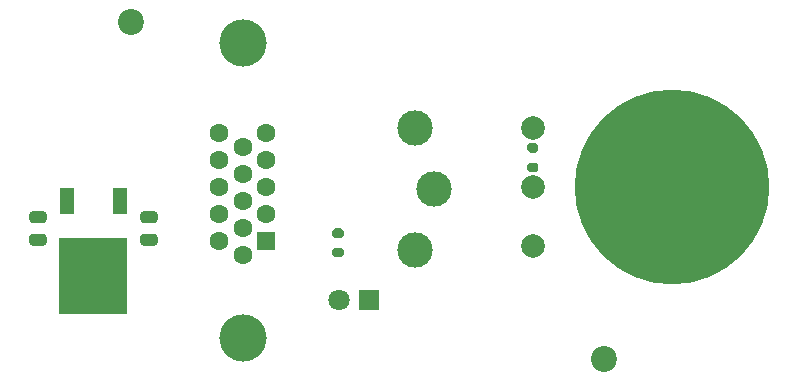
<source format=gts>
G04 #@! TF.GenerationSoftware,KiCad,Pcbnew,5.1.10-88a1d61d58~90~ubuntu20.04.1*
G04 #@! TF.CreationDate,2021-10-27T23:57:33-06:00*
G04 #@! TF.ProjectId,Z680 Standalone Subwoofer,5a363830-2053-4746-916e-64616c6f6e65,rev?*
G04 #@! TF.SameCoordinates,Original*
G04 #@! TF.FileFunction,Soldermask,Top*
G04 #@! TF.FilePolarity,Negative*
%FSLAX46Y46*%
G04 Gerber Fmt 4.6, Leading zero omitted, Abs format (unit mm)*
G04 Created by KiCad (PCBNEW 5.1.10-88a1d61d58~90~ubuntu20.04.1) date 2021-10-27 23:57:33*
%MOMM*%
%LPD*%
G01*
G04 APERTURE LIST*
%ADD10C,3.000000*%
%ADD11C,4.000000*%
%ADD12C,1.600000*%
%ADD13R,1.600000X1.600000*%
%ADD14R,5.800000X6.400000*%
%ADD15R,1.200000X2.200000*%
%ADD16C,2.000000*%
%ADD17C,16.500000*%
%ADD18C,2.200000*%
%ADD19C,1.800000*%
%ADD20R,1.800000X1.800000*%
G04 APERTURE END LIST*
D10*
X50000000Y-20700000D03*
X50000000Y-31000000D03*
X51600000Y-25850000D03*
D11*
X35420000Y-38485000D03*
X35420000Y-13485000D03*
D12*
X33440000Y-21140000D03*
X33440000Y-23430000D03*
X33440000Y-25720000D03*
X33440000Y-28010000D03*
X33440000Y-30300000D03*
X35420000Y-22285000D03*
X35420000Y-24575000D03*
X35420000Y-26865000D03*
X35420000Y-29155000D03*
X35420000Y-31445000D03*
X37400000Y-21140000D03*
X37400000Y-23430000D03*
X37400000Y-25720000D03*
X37400000Y-28010000D03*
D13*
X37400000Y-30300000D03*
G36*
G01*
X43225000Y-30850000D02*
X43775000Y-30850000D01*
G75*
G02*
X43975000Y-31050000I0J-200000D01*
G01*
X43975000Y-31450000D01*
G75*
G02*
X43775000Y-31650000I-200000J0D01*
G01*
X43225000Y-31650000D01*
G75*
G02*
X43025000Y-31450000I0J200000D01*
G01*
X43025000Y-31050000D01*
G75*
G02*
X43225000Y-30850000I200000J0D01*
G01*
G37*
G36*
G01*
X43225000Y-29200000D02*
X43775000Y-29200000D01*
G75*
G02*
X43975000Y-29400000I0J-200000D01*
G01*
X43975000Y-29800000D01*
G75*
G02*
X43775000Y-30000000I-200000J0D01*
G01*
X43225000Y-30000000D01*
G75*
G02*
X43025000Y-29800000I0J200000D01*
G01*
X43025000Y-29400000D01*
G75*
G02*
X43225000Y-29200000I200000J0D01*
G01*
G37*
G36*
G01*
X59725000Y-23625000D02*
X60275000Y-23625000D01*
G75*
G02*
X60475000Y-23825000I0J-200000D01*
G01*
X60475000Y-24225000D01*
G75*
G02*
X60275000Y-24425000I-200000J0D01*
G01*
X59725000Y-24425000D01*
G75*
G02*
X59525000Y-24225000I0J200000D01*
G01*
X59525000Y-23825000D01*
G75*
G02*
X59725000Y-23625000I200000J0D01*
G01*
G37*
G36*
G01*
X59725000Y-21975000D02*
X60275000Y-21975000D01*
G75*
G02*
X60475000Y-22175000I0J-200000D01*
G01*
X60475000Y-22575000D01*
G75*
G02*
X60275000Y-22775000I-200000J0D01*
G01*
X59725000Y-22775000D01*
G75*
G02*
X59525000Y-22575000I0J200000D01*
G01*
X59525000Y-22175000D01*
G75*
G02*
X59725000Y-21975000I200000J0D01*
G01*
G37*
D14*
X22800000Y-33200000D03*
D15*
X20520000Y-26900000D03*
X25080000Y-26900000D03*
D16*
X60000000Y-25700000D03*
X60000000Y-30700000D03*
X60000000Y-20700000D03*
D17*
X71750000Y-25700000D03*
D18*
X66000000Y-40250000D03*
X26000000Y-11750000D03*
D19*
X43560000Y-35300000D03*
D20*
X46100000Y-35300000D03*
G36*
G01*
X17625000Y-29650000D02*
X18575000Y-29650000D01*
G75*
G02*
X18825000Y-29900000I0J-250000D01*
G01*
X18825000Y-30400000D01*
G75*
G02*
X18575000Y-30650000I-250000J0D01*
G01*
X17625000Y-30650000D01*
G75*
G02*
X17375000Y-30400000I0J250000D01*
G01*
X17375000Y-29900000D01*
G75*
G02*
X17625000Y-29650000I250000J0D01*
G01*
G37*
G36*
G01*
X17625000Y-27750000D02*
X18575000Y-27750000D01*
G75*
G02*
X18825000Y-28000000I0J-250000D01*
G01*
X18825000Y-28500000D01*
G75*
G02*
X18575000Y-28750000I-250000J0D01*
G01*
X17625000Y-28750000D01*
G75*
G02*
X17375000Y-28500000I0J250000D01*
G01*
X17375000Y-28000000D01*
G75*
G02*
X17625000Y-27750000I250000J0D01*
G01*
G37*
G36*
G01*
X27975000Y-28750000D02*
X27025000Y-28750000D01*
G75*
G02*
X26775000Y-28500000I0J250000D01*
G01*
X26775000Y-28000000D01*
G75*
G02*
X27025000Y-27750000I250000J0D01*
G01*
X27975000Y-27750000D01*
G75*
G02*
X28225000Y-28000000I0J-250000D01*
G01*
X28225000Y-28500000D01*
G75*
G02*
X27975000Y-28750000I-250000J0D01*
G01*
G37*
G36*
G01*
X27975000Y-30650000D02*
X27025000Y-30650000D01*
G75*
G02*
X26775000Y-30400000I0J250000D01*
G01*
X26775000Y-29900000D01*
G75*
G02*
X27025000Y-29650000I250000J0D01*
G01*
X27975000Y-29650000D01*
G75*
G02*
X28225000Y-29900000I0J-250000D01*
G01*
X28225000Y-30400000D01*
G75*
G02*
X27975000Y-30650000I-250000J0D01*
G01*
G37*
M02*

</source>
